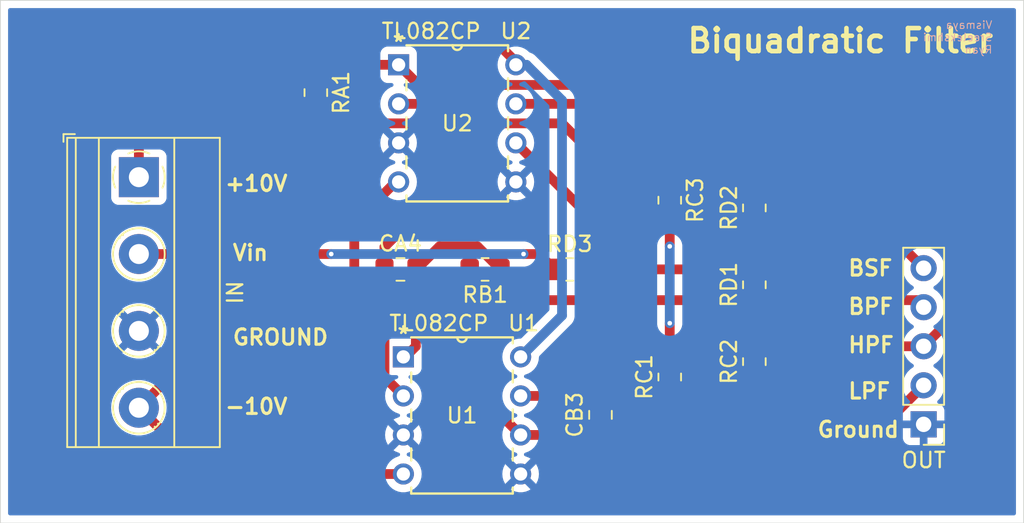
<source format=kicad_pcb>
(kicad_pcb (version 20240108) (generator "pcbnew") (generator_version "8.0")
  (layers (0 "F.Cu" signal) (31 "B.Cu" signal) (34 "B.Paste" user) (35 "F.Paste" user) (36 "B.SilkS" user "B.Silkscreen") (37 "F.SilkS" user "F.Silkscreen") (38 "B.Mask" user) (39 "F.Mask" user) (44 "Edge.Cuts" user))
  (net 0 "")
  (net 1 "Net-(U1A--)")
  (net 2 "/BPF")
  (net 3 "/LPF")
  (net 4 "Net-(U1B--)")
  (net 5 "/HPF")
  (net 6 "Net-(U2B--)")
  (net 7 "Vin")
  (net 8 "Net-(U2A--)")
  (net 9 "/BSF")
  (net 10 "Vcc")
  (net 11 "GND")
  (net 12 "Vee")
  (footprint "Resistor_SMD:R_0805_2012Metric_Pad1.20x1.40mm_HandSolder" (layer "F.Cu") (at 81 75.5 -90)
    (property "Reference" "RA1" (at 0 -1.65 90) (layer "F.SilkS"))
    (property "Value" "1k")
    (fp_line (start -0.227064 0.735) (end 0.227064 0.735) (stroke (width 0.12)) (layer "F.SilkS"))
    (fp_line (start -0.227064 -0.735) (end 0.227064 -0.735) (stroke (width 0.12)) (layer "F.SilkS"))
    (pad "1" smd roundrect (at -1 0 270) (size 1.2 1.4) (layers "F.Cu" "F.Paste" "F.Mask") (roundrect_rratio 0.208333) (net 5 "/HPF"))
    (pad "2" smd roundrect (at 1 0 270) (size 1.2 1.4) (layers "F.Cu" "F.Paste" "F.Mask") (roundrect_rratio 0.208333) (net 1 "Net-(U1A--)"))
  )
  (footprint "Resistor_SMD:R_0805_2012Metric_Pad1.20x1.40mm_HandSolder" (layer "F.Cu") (at 104 82.5 -90)
    (property "Reference" "RC3" (at 0 -1.65 90) (layer "F.SilkS"))
    (property "Value" "1k")
    (fp_line (start -0.227064 0.735) (end 0.227064 0.735) (stroke (width 0.12)) (layer "F.SilkS"))
    (fp_line (start -0.227064 -0.735) (end 0.227064 -0.735) (stroke (width 0.12)) (layer "F.SilkS"))
    (pad "1" smd roundrect (at -1 0 270) (size 1.2 1.4) (layers "F.Cu" "F.Paste" "F.Mask") (roundrect_rratio 0.208333) (net 9 "/BSF"))
    (pad "2" smd roundrect (at 1 0 270) (size 1.2 1.4) (layers "F.Cu" "F.Paste" "F.Mask") (roundrect_rratio 0.208333) (net 8 "Net-(U2A--)"))
  )
  (footprint "Resistor_SMD:R_0805_2012Metric_Pad1.20x1.40mm_HandSolder" (layer "F.Cu") (at 109.5 88 90)
    (property "Reference" "RD1" (at 0 -1.65 90) (layer "F.SilkS"))
    (property "Value" "10k")
    (fp_line (start -0.227064 -0.735) (end 0.227064 -0.735) (stroke (width 0.12)) (layer "F.SilkS"))
    (fp_line (start -0.227064 0.735) (end 0.227064 0.735) (stroke (width 0.12)) (layer "F.SilkS"))
    (pad "1" smd roundrect (at -1 0 90) (size 1.2 1.4) (layers "F.Cu" "F.Paste" "F.Mask") (roundrect_rratio 0.208333) (net 2 "/BPF"))
    (pad "2" smd roundrect (at 1 0 90) (size 1.2 1.4) (layers "F.Cu" "F.Paste" "F.Mask") (roundrect_rratio 0.208333) (net 6 "Net-(U2B--)"))
  )
  (footprint "Library:P8" (layer "F.Cu") (at 94 81.31)
    (property "Reference" "U2" (at -3.81 -3.81 0) (layer "F.SilkS"))
    (property "Value" "TL082")
    (fp_line (start -7.112 -6.60146) (end -7.112 -5.962814) (stroke (width 0.1524)) (layer "F.SilkS"))
    (fp_line (start -7.112 -4.197186) (end -7.112 -3.422814) (stroke (width 0.1524)) (layer "F.SilkS"))
    (fp_line (start -7.112 -1.657186) (end -7.112 -0.882814) (stroke (width 0.1524)) (layer "F.SilkS"))
    (fp_line (start -7.112 0.882814) (end -7.112 1.27) (stroke (width 0.1524)) (layer "F.SilkS"))
    (fp_line (start -7.112 1.27) (end -0.508 1.27) (stroke (width 0.1524)) (layer "F.SilkS"))
    (fp_line (start -0.508 -8.89) (end -7.112 -8.89) (stroke (width 0.1524)) (layer "F.SilkS"))
    (fp_line (start -0.508 -8.502814) (end -0.508 -8.89) (stroke (width 0.1524)) (layer "F.SilkS"))
    (fp_line (start -0.508 -5.962814) (end -0.508 -6.737186) (stroke (width 0.1524)) (layer "F.SilkS"))
    (fp_line (start -0.508 -3.422814) (end -0.508 -4.197186) (stroke (width 0.1524)) (layer "F.SilkS"))
    (fp_line (start -0.508 -0.882814) (end -0.508 -1.657186) (stroke (width 0.1524)) (layer "F.SilkS"))
    (fp_line (start -0.508 1.27) (end -0.508 0.882814) (stroke (width 0.1524)) (layer "F.SilkS"))
    (fp_arc (start -3.5052 -8.89) (mid -3.81 -8.5852) (end -4.1148 -8.89) (stroke (width 0.1524)) (layer "F.SilkS"))
    (fp_text user "*" (at -7.62 -9.0678 0) (layer "F.SilkS"))
    (fp_text user "TL082CP" (at -5.5 -9.81 0) (layer "F.SilkS"))
    (fp_text user "U2" (at 0 -9.81 0) (layer "F.SilkS"))
    (fp_text user "*" (at -7.62 -9.0678 0) (layer "F.SilkS"))
    (pad "1" thru_hole rect (at -7.62 -7.62) (size 1.3716 1.3716) (drill 0.8636) (layers "*.Cu" "*.Mask") (net 5 "/HPF"))
    (pad "2" thru_hole circle (at -7.62 -5.08) (size 1.3716 1.3716) (drill 0.8636) (layers "*.Cu" "*.Mask") (net 8 "Net-(U2A--)"))
    (pad "3" thru_hole circle (at -7.62 -2.54) (size 1.3716 1.3716) (drill 0.8636) (layers "*.Cu" "*.Mask") (net 11 "GND"))
    (pad "4" thru_hole circle (at -7.62 0) (size 1.3716 1.3716) (drill 0.8636) (layers "*.Cu" "*.Mask") (net 12 "Vee"))
    (pad "5" thru_hole circle (at 0 0) (size 1.3716 1.3716) (drill 0.8636) (layers "*.Cu" "*.Mask") (net 11 "GND"))
    (pad "6" thru_hole circle (at 0 -2.54) (size 1.3716 1.3716) (drill 0.8636) (layers "*.Cu" "*.Mask") (net 6 "Net-(U2B--)"))
    (pad "7" thru_hole circle (at 0 -5.08) (size 1.3716 1.3716) (drill 0.8636) (layers "*.Cu" "*.Mask") (net 9 "/BSF"))
    (pad "8" thru_hole circle (at 0 -7.62) (size 1.3716 1.3716) (drill 0.8636) (layers "*.Cu" "*.Mask") (net 10 "Vcc"))
  )
  (footprint "Connector_PinHeader_2.54mm:PinHeader_1x05_P2.54mm_Vertical" (layer "F.Cu") (at 120.5 97.08 180)
    (property "Reference" "OUT" (at 0 -2.33 0) (layer "F.SilkS"))
    (property "Value" "Conn_01x05_Pin")
    (fp_line (start 1.33 1.27) (end 1.33 11.49) (stroke (width 0.12)) (layer "F.SilkS"))
    (fp_line (start -1.33 11.49) (end 1.33 11.49) (stroke (width 0.12)) (layer "F.SilkS"))
    (fp_line (start -1.33 1.27) (end 1.33 1.27) (stroke (width 0.12)) (layer "F.SilkS"))
    (fp_line (start -1.33 1.27) (end -1.33 11.49) (stroke (width 0.12)) (layer "F.SilkS"))
    (fp_line (start -1.33 0) (end -1.33 -1.33) (stroke (width 0.12)) (layer "F.SilkS"))
    (fp_line (start -1.33 -1.33) (end 0 -1.33) (stroke (width 0.12)) (layer "F.SilkS"))
    (pad "1" thru_hole rect (at 0 0 180) (size 1.7 1.7) (drill 1) (layers "*.Cu" "*.Mask") (net 11 "GND"))
    (pad "2" thru_hole oval (at 0 2.54 180) (size 1.7 1.7) (drill 1) (layers "*.Cu" "*.Mask") (net 3 "/LPF"))
    (pad "3" thru_hole oval (at 0 5.08 180) (size 1.7 1.7) (drill 1) (layers "*.Cu" "*.Mask") (net 5 "/HPF"))
    (pad "4" thru_hole oval (at 0 7.62 180) (size 1.7 1.7) (drill 1) (layers "*.Cu" "*.Mask") (net 2 "/BPF"))
    (pad "5" thru_hole oval (at 0 10.16 180) (size 1.7 1.7) (drill 1) (layers "*.Cu" "*.Mask") (net 9 "/BSF"))
  )
  (footprint "Resistor_SMD:R_0805_2012Metric_Pad1.20x1.40mm_HandSolder" (layer "F.Cu") (at 92 87 180)
    (property "Reference" "RB1" (at 0 -1.65 0) (layer "F.SilkS"))
    (property "Value" "1k")
    (fp_line (start -0.227064 0.735) (end 0.227064 0.735) (stroke (width 0.12)) (layer "F.SilkS"))
    (fp_line (start -0.227064 -0.735) (end 0.227064 -0.735) (stroke (width 0.12)) (layer "F.SilkS"))
    (pad "1" smd roundrect (at -1 0 180) (size 1.2 1.4) (layers "F.Cu" "F.Paste" "F.Mask") (roundrect_rratio 0.208333) (net 2 "/BPF"))
    (pad "2" smd roundrect (at 1 0 180) (size 1.2 1.4) (layers "F.Cu" "F.Paste" "F.Mask") (roundrect_rratio 0.208333) (net 4 "Net-(U1B--)"))
  )
  (footprint "Resistor_SMD:R_0805_2012Metric_Pad1.20x1.40mm_HandSolder" (layer "F.Cu") (at 97.5 87)
    (property "Reference" "RD3" (at 0 -1.65 0) (layer "F.SilkS"))
    (property "Value" "1k")
    (fp_line (start -0.227064 -0.735) (end 0.227064 -0.735) (stroke (width 0.12)) (layer "F.SilkS"))
    (fp_line (start -0.227064 0.735) (end 0.227064 0.735) (stroke (width 0.12)) (layer "F.SilkS"))
    (pad "1" smd roundrect (at -1 0) (size 1.2 1.4) (layers "F.Cu" "F.Paste" "F.Mask") (roundrect_rratio 0.208333) (net 7 "Vin"))
    (pad "2" smd roundrect (at 1 0) (size 1.2 1.4) (layers "F.Cu" "F.Paste" "F.Mask") (roundrect_rratio 0.208333) (net 6 "Net-(U2B--)"))
  )
  (footprint "Capacitor_SMD:C_0805_2012Metric_Pad1.18x1.45mm_HandSolder" (layer "F.Cu") (at 86.5 87)
    (property "Reference" "CA4" (at 0 -1.68 0) (layer "F.SilkS"))
    (property "Value" "157n")
    (fp_line (start -0.261252 -0.735) (end 0.261252 -0.735) (stroke (width 0.12)) (layer "F.SilkS"))
    (fp_line (start -0.261252 0.735) (end 0.261252 0.735) (stroke (width 0.12)) (layer "F.SilkS"))
    (pad "1" smd roundrect (at -1.0375 0) (size 1.175 1.45) (layers "F.Cu" "F.Paste" "F.Mask") (roundrect_rratio 0.212766) (net 1 "Net-(U1A--)"))
    (pad "2" smd roundrect (at 1.0375 0) (size 1.175 1.45) (layers "F.Cu" "F.Paste" "F.Mask") (roundrect_rratio 0.212766) (net 2 "/BPF"))
  )
  (footprint "Library:P8" (layer "F.Cu") (at 94.31 100.31)
    (property "Reference" "U1" (at -3.81 -3.81 0) (layer "F.SilkS"))
    (property "Value" "TL082")
    (fp_line (start -7.112 -6.60146) (end -7.112 -5.962814) (stroke (width 0.1524)) (layer "F.SilkS"))
    (fp_line (start -7.112 -4.197186) (end -7.112 -3.422814) (stroke (width 0.1524)) (layer "F.SilkS"))
    (fp_line (start -7.112 -1.657186) (end -7.112 -0.882814) (stroke (width 0.1524)) (layer "F.SilkS"))
    (fp_line (start -7.112 0.882814) (end -7.112 1.27) (stroke (width 0.1524)) (layer "F.SilkS"))
    (fp_line (start -7.112 1.27) (end -0.508 1.27) (stroke (width 0.1524)) (layer "F.SilkS"))
    (fp_line (start -0.508 -8.89) (end -7.112 -8.89) (stroke (width 0.1524)) (layer "F.SilkS"))
    (fp_line (start -0.508 -8.502814) (end -0.508 -8.89) (stroke (width 0.1524)) (layer "F.SilkS"))
    (fp_line (start -0.508 -5.962814) (end -0.508 -6.737186) (stroke (width 0.1524)) (layer "F.SilkS"))
    (fp_line (start -0.508 -3.422814) (end -0.508 -4.197186) (stroke (width 0.1524)) (layer "F.SilkS"))
    (fp_line (start -0.508 -0.882814) (end -0.508 -1.657186) (stroke (width 0.1524)) (layer "F.SilkS"))
    (fp_line (start -0.508 1.27) (end -0.508 0.882814) (stroke (width 0.1524)) (layer "F.SilkS"))
    (fp_arc (start -3.5052 -8.89) (mid -3.81 -8.5852) (end -4.1148 -8.89) (stroke (width 0.1524)) (layer "F.SilkS"))
    (fp_text user "*" (at -7.62 -9.0678 0) (layer "F.SilkS"))
    (fp_text user "TL082CP" (at -5.31 -9.81 0) (layer "F.SilkS"))
    (fp_text user "*" (at -7.62 -9.0678 0) (layer "F.SilkS"))
    (fp_text user "U1" (at 0.19 -9.81 0) (layer "F.SilkS"))
    (pad "1" thru_hole rect (at -7.62 -7.62) (size 1.3716 1.3716) (drill 0.8636) (layers "*.Cu" "*.Mask") (net 2 "/BPF"))
    (pad "2" thru_hole circle (at -7.62 -5.08) (size 1.3716 1.3716) (drill 0.8636) (layers "*.Cu" "*.Mask") (net 1 "Net-(U1A--)"))
    (pad "3" thru_hole circle (at -7.62 -2.54) (size 1.3716 1.3716) (drill 0.8636) (layers "*.Cu" "*.Mask") (net 11 "GND"))
    (pad "4" thru_hole circle (at -7.62 0) (size 1.3716 1.3716) (drill 0.8636) (layers "*.Cu" "*.Mask") (net 12 "Vee"))
    (pad "5" thru_hole circle (at 0 0) (size 1.3716 1.3716) (drill 0.8636) (layers "*.Cu" "*.Mask") (net 11 "GND"))
    (pad "6" thru_hole circle (at 0 -2.54) (size 1.3716 1.3716) (drill 0.8636) (layers "*.Cu" "*.Mask") (net 4 "Net-(U1B--)"))
    (pad "7" thru_hole circle (at 0 -5.08) (size 1.3716 1.3716) (drill 0.8636) (layers "*.Cu" "*.Mask") (net 3 "/LPF"))
    (pad "8" thru_hole circle (at 0 -7.62) (size 1.3716 1.3716) (drill 0.8636) (layers "*.Cu" "*.Mask") (net 10 "Vcc"))
  )
  (footprint "Capacitor_SMD:C_0805_2012Metric_Pad1.18x1.45mm_HandSolder" (layer "F.Cu") (at 99.5 96.4625 90)
    (property "Reference" "CB3" (at 0 -1.68 90) (layer "F.SilkS"))
    (property "Value" "157n")
    (fp_line (start -0.261252 -0.735) (end 0.261252 -0.735) (stroke (width 0.12)) (layer "F.SilkS"))
    (fp_line (start -0.261252 0.735) (end 0.261252 0.735) (stroke (width 0.12)) (layer "F.SilkS"))
    (pad "1" smd roundrect (at -1.0375 0 90) (size 1.175 1.45) (layers "F.Cu" "F.Paste" "F.Mask") (roundrect_rratio 0.212766) (net 4 "Net-(U1B--)"))
    (pad "2" smd roundrect (at 1.0375 0 90) (size 1.175 1.45) (layers "F.Cu" "F.Paste" "F.Mask") (roundrect_rratio 0.212766) (net 3 "/LPF"))
  )
  (footprint "Resistor_SMD:R_0805_2012Metric_Pad1.20x1.40mm_HandSolder" (layer "F.Cu") (at 104 94 90)
    (property "Reference" "RC1" (at 0 -1.65 90) (layer "F.SilkS"))
    (property "Value" "1k")
    (fp_line (start -0.227064 -0.735) (end 0.227064 -0.735) (stroke (width 0.12)) (layer "F.SilkS"))
    (fp_line (start -0.227064 0.735) (end 0.227064 0.735) (stroke (width 0.12)) (layer "F.SilkS"))
    (pad "1" smd roundrect (at -1 0 90) (size 1.2 1.4) (layers "F.Cu" "F.Paste" "F.Mask") (roundrect_rratio 0.208333) (net 3 "/LPF"))
    (pad "2" smd roundrect (at 1 0 90) (size 1.2 1.4) (layers "F.Cu" "F.Paste" "F.Mask") (roundrect_rratio 0.208333) (net 8 "Net-(U2A--)"))
  )
  (footprint "Resistor_SMD:R_0805_2012Metric_Pad1.20x1.40mm_HandSolder" (layer "F.Cu") (at 109.5 93 90)
    (property "Reference" "RC2" (at 0 -1.65 90) (layer "F.SilkS"))
    (property "Value" "1k")
    (fp_line (start -0.227064 -0.735) (end 0.227064 -0.735) (stroke (width 0.12)) (layer "F.SilkS"))
    (fp_line (start -0.227064 0.735) (end 0.227064 0.735) (stroke (width 0.12)) (layer "F.SilkS"))
    (pad "1" smd roundrect (at -1 0 90) (size 1.2 1.4) (layers "F.Cu" "F.Paste" "F.Mask") (roundrect_rratio 0.208333) (net 8 "Net-(U2A--)"))
    (pad "2" smd roundrect (at 1 0 90) (size 1.2 1.4) (layers "F.Cu" "F.Paste" "F.Mask") (roundrect_rratio 0.208333) (net 5 "/HPF"))
  )
  (footprint "TerminalBlock_Phoenix:TerminalBlock_Phoenix_MKDS-1,5-4_1x04_P5.00mm_Horizontal" (layer "F.Cu") (at 69.5 81 -90)
    (property "Reference" "IN" (at 7.5 -6.26 90) (layer "F.SilkS"))
    (property "Value" "Screw_Terminal_01x04")
    (fp_line (start -2.8 4.9) (end -2.3 4.9) (stroke (width 0.12)) (layer "F.SilkS"))
    (fp_line (start -2.56 4.66) (end 17.561 4.66) (stroke (width 0.12)) (layer "F.SilkS"))
    (fp_line (start -2.8 4.16) (end -2.8 4.9) (stroke (width 0.12)) (layer "F.SilkS"))
    (fp_line (start -2.56 4.1) (end 17.561 4.1) (stroke (width 0.12)) (layer "F.SilkS"))
    (fp_line (start -2.56 2.6) (end 17.561 2.6) (stroke (width 0.12)) (layer "F.SilkS"))
    (fp_line (start 3.966 1.239) (end 3.931 1.274) (stroke (width 0.12)) (layer "F.SilkS"))
    (fp_line (start 8.966 1.239) (end 8.931 1.274) (stroke (width 0.12)) (layer "F.SilkS"))
    (fp_line (start 13.966 1.239) (end 13.931 1.274) (stroke (width 0.12)) (layer "F.SilkS"))
    (fp_line (start 3.773 1.023) (end 3.726 1.069) (stroke (width 0.12)) (layer "F.SilkS"))
    (fp_line (start 8.773 1.023) (end 8.726 1.069) (stroke (width 0.12)) (layer "F.SilkS"))
    (fp_line (start 13.773 1.023) (end 13.726 1.069) (stroke (width 0.12)) (layer "F.SilkS"))
    (fp_line (start 6.275 -1.069) (end 6.228 -1.023) (stroke (width 0.12)) (layer "F.SilkS"))
    (fp_line (start 11.275 -1.069) (end 11.228 -1.023) (stroke (width 0.12)) (layer "F.SilkS"))
    (fp_line (start 16.275 -1.069) (end 16.228 -1.023) (stroke (width 0.12)) (layer "F.SilkS"))
    (fp_line (start 6.07 -1.275) (end 6.035 -1.239) (stroke (width 0.12)) (layer "F.SilkS"))
    (fp_line (start 11.07 -1.275) (end 11.035 -1.239) (stroke (width 0.12)) (layer "F.SilkS"))
    (fp_line (start 16.07 -1.275) (end 16.035 -1.239) (stroke (width 0.12)) (layer "F.SilkS"))
    (fp_line (start -2.56 -2.301) (end 17.561 -2.301) (stroke (width 0.12)) (layer "F.SilkS"))
    (fp_line (start -2.56 -5.261) (end -2.56 4.66) (stroke (width 0.12)) (layer "F.SilkS"))
    (fp_line (start -2.56 -5.261) (end 17.561 -5.261) (stroke (width 0.12)) (layer "F.SilkS"))
    (fp_line (start 17.561 -5.261) (end 17.561 4.66) (stroke (width 0.12)) (layer "F.SilkS"))
    (fp_arc (start 0.028805 1.680253) (mid -0.335551 1.646659) (end -0.684 1.535) (stroke (width 0.12)) (layer "F.SilkS"))
    (fp_arc (start 0.683318 1.534756) (mid 0.349292 1.643288) (end 0 1.68) (stroke (width 0.12)) (layer "F.SilkS"))
    (fp_arc (start -1.535427 0.683042) (mid -1.680501 -0.000524) (end -1.535 -0.684) (stroke (width 0.12)) (layer "F.SilkS"))
    (fp_arc (start 1.535427 -0.683042) (mid 1.680501 0.000524) (end 1.535 0.684) (stroke (width 0.12)) (layer "F.SilkS"))
    (fp_arc (start -0.683042 -1.535427) (mid 0.000524 -1.680501) (end 0.684 -1.535) (stroke (width 0.12)) (layer "F.SilkS"))
    (fp_circle (center 5 0) (end 6.68 0) (stroke (width 0.12)) (fill none) (layer "F.SilkS"))
    (fp_circle (center 10 0) (end 11.68 0) (stroke (width 0.12)) (fill none) (layer "F.SilkS"))
    (fp_circle (center 15 0) (end 16.68 0) (stroke (width 0.12)) (fill none) (layer "F.SilkS"))
    (pad "1" thru_hole rect (at 0 0 270) (size 2.6 2.6) (drill 1.3) (layers "*.Cu" "*.Mask") (net 10 "Vcc"))
    (pad "2" thru_hole circle (at 5 0 270) (size 2.6 2.6) (drill 1.3) (layers "*.Cu" "*.Mask") (net 7 "Vin"))
    (pad "3" thru_hole circle (at 10 0 270) (size 2.6 2.6) (drill 1.3) (layers "*.Cu" "*.Mask") (net 11 "GND"))
    (pad "4" thru_hole circle (at 15 0 270) (size 2.6 2.6) (drill 1.3) (layers "*.Cu" "*.Mask") (net 12 "Vee"))
  )
  (footprint "Resistor_SMD:R_0805_2012Metric_Pad1.20x1.40mm_HandSolder" (layer "F.Cu") (at 109.5 83 90)
    (property "Reference" "RD2" (at 0 -1.65 90) (layer "F.SilkS"))
    (property "Value" "1k")
    (fp_line (start -0.227064 -0.735) (end 0.227064 -0.735) (stroke (width 0.12)) (layer "F.SilkS"))
    (fp_line (start -0.227064 0.735) (end 0.227064 0.735) (stroke (width 0.12)) (layer "F.SilkS"))
    (pad "1" smd roundrect (at -1 0 90) (size 1.2 1.4) (layers "F.Cu" "F.Paste" "F.Mask") (roundrect_rratio 0.208333) (net 6 "Net-(U2B--)"))
    (pad "2" smd roundrect (at 1 0 90) (size 1.2 1.4) (layers "F.Cu" "F.Paste" "F.Mask") (roundrect_rratio 0.208333) (net 9 "/BSF"))
  )
  (gr_rect (start 60.5 69.5) (end 127 103.5) (stroke (width 0.05)) (fill none) (layer "Edge.Cuts"))
  (gr_text "Vismaya\nSreelekshmi\nRyan" (at 125 73 0) (layer "B.SilkS") (effects (font (size 0.5 0.5) (thickness 0.0625)) (justify left bottom mirror)))
  (gr_text "Vin" (at 75.5 86.5 0) (layer "F.SilkS") (effects (font (size 1 1) (thickness 0.2) (bold yes)) (justify left bottom)))
  (gr_text "LPF" (at 115.5 95.5 0) (layer "F.SilkS") (effects (font (size 1 1) (thickness 0.2)) (justify left bottom)))
  (gr_text "BPF" (at 115.5 90 0) (layer "F.SilkS") (effects (font (size 1 1) (thickness 0.2)) (justify left bottom)))
  (gr_text "BSF\n" (at 115.5 87.5 0) (layer "F.SilkS") (effects (font (size 1 1) (thickness 0.2)) (justify left bottom)))
  (gr_text "-10V" (at 75 96.5 0) (layer "F.SilkS") (effects (font (size 1 1) (thickness 0.2) (bold yes)) (justify left bottom)))
  (gr_text "Ground" (at 113.5 98 0) (layer "F.SilkS") (effects (font (size 1 1) (thickness 0.2)) (justify left bottom)))
  (gr_text "HPF\n" (at 115.5 92.5 0) (layer "F.SilkS") (effects (font (size 1 1) (thickness 0.2)) (justify left bottom)))
  (gr_text "+10V" (at 75 82 0) (layer "F.SilkS") (effects (font (size 1 1) (thickness 0.2) (bold yes)) (justify left bottom)))
  (gr_text "Biquadratic Filter" (at 105 73 0) (layer "F.SilkS") (effects (font (size 1.5 1.5) (thickness 0.3) (bold yes)) (justify left bottom)))
  (gr_text "GROUND" (at 75.5 92 0) (layer "F.SilkS") (effects (font (size 1 1) (thickness 0.2) (bold yes)) (justify left bottom)))
  (segment (start 82 77.5) (end 87.5 77.5) (width 0.635) (layer "F.Cu") (net 1))
  (segment (start 85.4625 87) (end 85.4625 94.0025) (width 0.635) (layer "F.Cu") (net 1))
  (segment (start 87.5 77.5) (end 88.5 78.5) (width 0.635) (layer "F.Cu") (net 1))
  (segment (start 85.4625 85.5375) (end 85.4625 87) (width 0.635) (layer "F.Cu") (net 1))
  (segment (start 88.5 82.5) (end 85.4625 85.5375) (width 0.635) (layer "F.Cu") (net 1))
  (segment (start 81 76.5) (end 82 77.5) (width 0.635) (layer "F.Cu") (net 1))
  (segment (start 88.5 78.5) (end 88.5 82.5) (width 0.635) (layer "F.Cu") (net 1))
  (segment (start 85.4625 94.0025) (end 86.69 95.23) (width 0.635) (layer "F.Cu") (net 1))
  (segment (start 86.81 92.69) (end 87.5 92) (width 0.635) (layer "F.Cu") (net 2))
  (segment (start 87.5 92) (end 87.5 87.0375) (width 0.635) (layer "F.Cu") (net 2))
  (segment (start 89.0375 85.5) (end 91.5 85.5) (width 0.635) (layer "F.Cu") (net 2))
  (segment (start 95 89) (end 93 87) (width 0.635) (layer "F.Cu") (net 2))
  (segment (start 91.5 85.5) (end 93 87) (width 0.635) (layer "F.Cu") (net 2))
  (segment (start 109.5 89) (end 120.04 89) (width 0.635) (layer "F.Cu") (net 2))
  (segment (start 120.04 89) (end 120.5 89.46) (width 0.635) (layer "F.Cu") (net 2))
  (segment (start 87.5375 87) (end 89.0375 85.5) (width 0.635) (layer "F.Cu") (net 2))
  (segment (start 109.5 89) (end 95 89) (width 0.635) (layer "F.Cu") (net 2))
  (segment (start 103.575 95.425) (end 104 95) (width 0.635) (layer "F.Cu") (net 3))
  (segment (start 99.5 95.425) (end 103.575 95.425) (width 0.635) (layer "F.Cu") (net 3))
  (segment (start 118.54 96.5) (end 120.5 94.54) (width 0.635) (layer "F.Cu") (net 3))
  (segment (start 94.31 95.23) (end 99.305 95.23) (width 0.635) (layer "F.Cu") (net 3))
  (segment (start 105.5 96.5) (end 118.54 96.5) (width 0.635) (layer "F.Cu") (net 3))
  (segment (start 104 95) (end 105.5 96.5) (width 0.635) (layer "F.Cu") (net 3))
  (segment (start 91 94.46) (end 91 87) (width 0.635) (layer "F.Cu") (net 4))
  (segment (start 94.31 97.77) (end 91 94.46) (width 0.635) (layer "F.Cu") (net 4))
  (segment (start 94.31 97.77) (end 99.23 97.77) (width 0.635) (layer "F.Cu") (net 4))
  (segment (start 112.5 75) (end 123 85.5) (width 0.635) (layer "F.Cu") (net 5))
  (segment (start 123 85.5) (end 123 89.5) (width 0.635) (layer "F.Cu") (net 5))
  (segment (start 123 89.5) (end 120.5 92) (width 0.635) (layer "F.Cu") (net 5))
  (segment (start 109.5 92) (end 120.5 92) (width 0.635) (layer "F.Cu") (net 5))
  (segment (start 81.81 73.69) (end 86.38 73.69) (width 0.635) (layer "F.Cu") (net 5))
  (segment (start 81 74.5) (end 81.81 73.69) (width 0.635) (layer "F.Cu") (net 5))
  (segment (start 87.69 75) (end 112.5 75) (width 0.635) (layer "F.Cu") (net 5))
  (segment (start 86.38 73.69) (end 87.69 75) (width 0.635) (layer "F.Cu") (net 5))
  (segment (start 109.5 87) (end 109.5 84) (width 0.635) (layer "F.Cu") (net 6))
  (segment (start 98.5 83.27) (end 98.5 87) (width 0.635) (layer "F.Cu") (net 6))
  (segment (start 94 78.77) (end 98.5 83.27) (width 0.635) (layer "F.Cu") (net 6))
  (segment (start 98.5 87) (end 109.5 87) (width 0.635) (layer "F.Cu") (net 6))
  (segment (start 69.5 86) (end 82 86) (width 0.635) (layer "F.Cu") (net 7))
  (segment (start 95.5 86) (end 96.5 87) (width 0.635) (layer "F.Cu") (net 7))
  (segment (start 94.5 86) (end 95.5 86) (width 0.635) (layer "F.Cu") (net 7))
  (via (at 82 86) (size 0.6) (drill 0.3) (layers "F.Cu" "B.Cu") (net 7))
  (via (at 94.5 86) (size 0.6) (drill 0.3) (layers "F.Cu" "B.Cu") (net 7))
  (segment (start 82 86) (end 94.5 86) (width 0.635) (layer "B.Cu") (net 7))
  (segment (start 91.5 77.5) (end 97 77.5) (width 0.635) (layer "F.Cu") (net 8))
  (segment (start 103 83.5) (end 104 83.5) (width 0.635) (layer "F.Cu") (net 8))
  (segment (start 104 93) (end 108.5 93) (width 0.635) (layer "F.Cu") (net 8))
  (segment (start 104 90.5) (end 104 93) (width 0.635) (layer "F.Cu") (net 8))
  (segment (start 108.5 93) (end 109.5 94) (width 0.635) (layer "F.Cu") (net 8))
  (segment (start 104 83.5) (end 104 85.5) (width 0.635) (layer "F.Cu") (net 8))
  (segment (start 90.23 76.23) (end 91.5 77.5) (width 0.635) (layer "F.Cu") (net 8))
  (segment (start 86.38 76.23) (end 90.23 76.23) (width 0.635) (layer "F.Cu") (net 8))
  (segment (start 97 77.5) (end 103 83.5) (width 0.635) (layer "F.Cu") (net 8))
  (via (at 104 90.5) (size 0.6) (drill 0.3) (layers "F.Cu" "B.Cu") (net 8))
  (via (at 104 85.5) (size 0.6) (drill 0.3) (layers "F.Cu" "B.Cu") (net 8))
  (segment (start 104 85.5) (end 104 90.5) (width 0.635) (layer "B.Cu") (net 8))
  (segment (start 115.58 82) (end 120.5 86.92) (width 0.635) (layer "F.Cu") (net 9))
  (segment (start 94 76.23) (end 98.73 76.23) (width 0.635) (layer "F.Cu") (net 9))
  (segment (start 109.5 82) (end 115.58 82) (width 0.635) (layer "F.Cu") (net 9))
  (segment (start 98.73 76.23) (end 104 81.5) (width 0.635) (layer "F.Cu") (net 9))
  (segment (start 104 81.5) (end 109 81.5) (width 0.635) (layer "F.Cu") (net 9))
  (segment (start 109 81.5) (end 109.5 82) (width 0.635) (layer "F.Cu") (net 9))
  (segment (start 69.5 77) (end 76 70.5) (width 0.635) (layer "F.Cu") (net 10))
  (segment (start 76 70.5) (end 91 70.5) (width 0.635) (layer "F.Cu") (net 10))
  (segment (start 91 70.5) (end 94 73.5) (width 0.635) (layer "F.Cu") (net 10))
  (segment (start 69.5 81) (end 69.5 77) (width 0.635) (layer "F.Cu") (net 10))
  (segment (start 94.69 73.69) (end 94 73.69) (width 0.635) (layer "B.Cu") (net 10))
  (segment (start 97 90) (end 97 76) (width 0.635) (layer "B.Cu") (net 10))
  (segment (start 97 76) (end 94.69 73.69) (width 0.635) (layer "B.Cu") (net 10))
  (segment (start 94.31 92.69) (end 97 90) (width 0.635) (layer "B.Cu") (net 10))
  (segment (start 72 93.5) (end 79.5 93.5) (width 0.635) (layer "F.Cu") (net 12))
  (segment (start 79.5 93.5) (end 83.5 89.5) (width 0.635) (layer "F.Cu") (net 12))
  (segment (start 73.81 100.31) (end 86.69 100.31) (width 0.635) (layer "F.Cu") (net 12))
  (segment (start 69.5 96) (end 73.81 100.31) (width 0.635) (layer "F.Cu") (net 12))
  (segment (start 83.5 84) (end 86.19 81.31) (width 0.635) (layer "F.Cu") (net 12))
  (segment (start 83.5 89.5) (end 83.5 84) (width 0.635) (layer "F.Cu") (net 12))
  (segment (start 69.5 96) (end 72 93.5) (width 0.635) (layer "F.Cu") (net 12))
  (zone (net 11) (net_name "GND") (layer "B.Cu") (connect_pads (clearance 0.5)) (min_thickness 0.25) (fill yes (thermal_gap 0.5) (thermal_bridge_width 0.5))
    (polygon (pts (xy 60.5 69.5) (xy 127 69.5) (xy 127 103.5) (xy 60.5 103.5)))
  )
)
</source>
